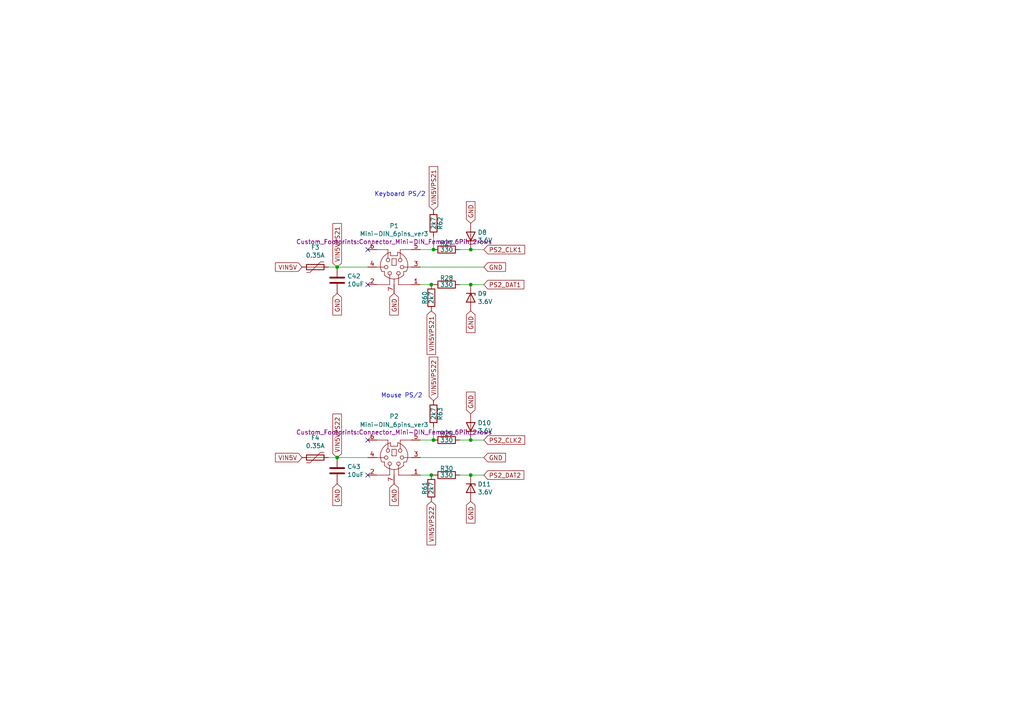
<source format=kicad_sch>
(kicad_sch (version 20211123) (generator eeschema)
  (paper "A4")
  (title_block (rev "0.1") (company "deFEEST"))
  (lib_symbols
    (symbol "Device:C" (pin_numbers hide) (pin_names (offset 0.254))
      (property "Reference" "C" (at 0.635 2.54 0))
      (property "Value" "C" (at 0.635 -2.54 0))
      (symbol "C_0_1"
        (polyline (pts (xy -2.032 -0.762) (xy 2.032 -0.762)) (stroke (width 0.508)))
        (polyline (pts (xy -2.032 0.762) (xy 2.032 0.762)) (stroke (width 0.508)))
      )
      (symbol "C_1_1"
        (pin passive line (at 0 3.81 270) (length 2.794) (name "~") (number "1"))
        (pin passive line (at 0 -3.81 90) (length 2.794) (name "~") (number "2"))
      )
    )
    (symbol "Device:D_Zener" (pin_numbers hide) (pin_names (offset 1.016) hide)
      (property "Reference" "D" (at 0 2.54 0))
      (property "Value" "D_Zener" (at 0 -2.54 0))
      (symbol "D_Zener_0_1"
        (polyline (pts (xy 1.27 0) (xy -1.27 0)))
        (polyline (pts (xy -1.27 -1.27) (xy -1.27 1.27) (xy -0.762 1.27)) (stroke (width 0.254)))
        (polyline (pts (xy 1.27 -1.27) (xy 1.27 1.27) (xy -1.27 0) (xy 1.27 -1.27)) (stroke (width 0.254)))
      )
      (symbol "D_Zener_1_1"
        (pin passive line (at -3.81 0 0) (length 2.54) (name "K") (number "1"))
        (pin passive line (at 3.81 0 180) (length 2.54) (name "A") (number "2"))
      )
    )
    (symbol "Device:Polyfuse" (pin_numbers hide) (pin_names (offset 0))
      (property "Reference" "F" (at -2.54 0 90))
      (property "Value" "Polyfuse" (at 2.54 0 90))
      (symbol "Polyfuse_0_1"
        (rectangle (start -0.762 2.54) (end 0.762 -2.54) (stroke (width 0.254)))
        (polyline (pts (xy 0 2.54) (xy 0 -2.54)))
        (polyline (pts (xy -1.524 2.54) (xy -1.524 1.524) (xy 1.524 -1.524) (xy 1.524 -2.54)))
      )
      (symbol "Polyfuse_1_1"
        (pin passive line (at 0 3.81 270) (length 1.27) (name "~") (number "1"))
        (pin passive line (at 0 -3.81 90) (length 1.27) (name "~") (number "2"))
      )
    )
    (symbol "Device:R" (pin_numbers hide) (pin_names (offset 0))
      (property "Reference" "R" (at 2.032 0 90))
      (property "Value" "R" (at 0 0 90))
      (symbol "R_0_1"
        (rectangle (start -1.016 -2.54) (end 1.016 2.54) (stroke (width 0.254)))
      )
      (symbol "R_1_1"
        (pin passive line (at 0 3.81 270) (length 1.27) (name "~") (number "1"))
        (pin passive line (at 0 -3.81 90) (length 1.27) (name "~") (number "2"))
      )
    )
    (symbol "custom_symbols:Mini-DIN_6pins_ver3" (pin_names (offset 1.016) hide)
      (property "Reference" "P" (at 0 8.128 0))
      (property "Value" "Mini-DIN_6pins_ver3" (at 0 -10.16 0))
      (symbol "Mini-DIN_6pins_ver3_0_1"
        (arc (start -2.794 -2.286) (mid 0 -3.4433) (end 2.794 -2.286))
        (circle (center -2.286 0) (radius 0.508))
        (circle (center -1.778 2.032) (radius 0.508))
        (circle (center -1.27 -1.778) (radius 0.508))
        (arc (start -1.016 4.318) (mid -3.6119 2.131) (end -3.556 -1.27))
        (rectangle (start -0.635 2.413) (end 0.635 0.508))
        (polyline (pts (xy -5.08 -5.08) (xy -1.27 -5.08)))
        (polyline (pts (xy -2.794 -1.27) (xy -3.556 -1.27)))
        (polyline (pts (xy -2.794 -1.27) (xy -2.794 -2.286)))
        (polyline (pts (xy -2.794 0) (xy -5.08 0)))
        (polyline (pts (xy -1.778 2.54) (xy -1.778 5.08)))
        (polyline (pts (xy -1.778 5.08) (xy -5.08 5.08)))
        (polyline (pts (xy -1.27 -5.08) (xy -1.27 -2.286)))
        (polyline (pts (xy -1.016 3.302) (xy -1.016 4.318)))
        (polyline (pts (xy -1.016 3.302) (xy 1.016 3.302)))
        (polyline (pts (xy 0 -3.429) (xy 0 -5.08)))
        (polyline (pts (xy 1.016 3.302) (xy 1.016 4.318)))
        (polyline (pts (xy 1.27 -5.08) (xy 5.08 -5.08)))
        (polyline (pts (xy 1.27 -2.286) (xy 1.27 -5.08)))
        (polyline (pts (xy 1.778 2.54) (xy 1.778 5.08)))
        (polyline (pts (xy 1.778 5.08) (xy 5.08 5.08)))
        (polyline (pts (xy 2.794 -1.27) (xy 2.794 -2.286)))
        (polyline (pts (xy 2.794 -1.27) (xy 3.556 -1.27)))
        (polyline (pts (xy 2.794 0) (xy 5.08 0)))
        (circle (center 1.27 -1.778) (radius 0.508))
        (circle (center 1.778 2.032) (radius 0.508))
        (circle (center 2.286 0) (radius 0.508))
        (arc (start 3.556 -1.27) (mid 3.6268 2.1377) (end 1.016 4.318))
      )
      (symbol "Mini-DIN_6pins_ver3_1_1"
        (pin passive line (at 7.62 -5.08 180) (length 2.54) (name "1") (number "1"))
        (pin passive line (at -7.62 -5.08 0) (length 2.54) (name "2") (number "2"))
        (pin passive line (at 7.62 0 180) (length 2.54) (name "3") (number "3"))
        (pin passive line (at -7.62 0 0) (length 2.54) (name "4") (number "4"))
        (pin passive line (at 7.62 5.08 180) (length 2.54) (name "5") (number "5"))
        (pin passive line (at -7.62 5.08 0) (length 2.54) (name "~") (number "6"))
        (pin passive line (at 0 -7.62 90) (length 2.54) (name "Shell") (number "7"))
      )
    )
  )
  (junction (at 136.525 72.39))
  (junction (at 97.79 132.715))
  (junction (at 136.525 127.635))
  (junction (at 125.095 137.795))
  (junction (at 136.525 82.55))
  (junction (at 125.73 72.39))
  (junction (at 97.79 77.47))
  (junction (at 125.095 82.55))
  (junction (at 136.525 137.795))
  (junction (at 125.73 127.635))
  (no_connect (at 106.68 137.795))
  (no_connect (at 106.68 82.55))
  (no_connect (at 106.68 72.39))
  (no_connect (at 106.68 127.635))
  (wire (pts (xy 136.525 72.39) (xy 140.335 72.39)))
  (wire (pts (xy 121.92 127.635) (xy 125.73 127.635)))
  (wire (pts (xy 125.095 137.795) (xy 125.73 137.795)))
  (wire (pts (xy 136.525 127.635) (xy 140.335 127.635)))
  (wire (pts (xy 133.35 127.635) (xy 136.525 127.635)))
  (wire (pts (xy 95.25 132.715) (xy 97.79 132.715)))
  (wire (pts (xy 125.095 82.55) (xy 125.73 82.55)))
  (wire (pts (xy 136.525 137.795) (xy 140.335 137.795)))
  (wire (pts (xy 97.79 132.715) (xy 106.68 132.715)))
  (wire (pts (xy 125.73 72.39) (xy 121.92 72.39)))
  (wire (pts (xy 133.35 137.795) (xy 136.525 137.795)))
  (wire (pts (xy 121.92 82.55) (xy 125.095 82.55)))
  (wire (pts (xy 133.35 82.55) (xy 136.525 82.55)))
  (wire (pts (xy 121.92 137.795) (xy 125.095 137.795)))
  (wire (pts (xy 140.335 77.47) (xy 121.92 77.47)))
  (wire (pts (xy 133.35 72.39) (xy 136.525 72.39)))
  (wire (pts (xy 125.73 68.58) (xy 125.73 72.39)))
  (wire (pts (xy 140.335 132.715) (xy 121.92 132.715)))
  (wire (pts (xy 136.525 82.55) (xy 140.335 82.55)))
  (wire (pts (xy 97.79 77.47) (xy 106.68 77.47)))
  (wire (pts (xy 125.73 123.825) (xy 125.73 127.635)))
  (wire (pts (xy 95.25 77.47) (xy 97.79 77.47)))
  (text "Mouse PS/2" (at 110.49 115.57 0) (effects (font (size 1.27 1.27)) (justify left bottom)))
  (text "Keyboard PS/2" (at 108.585 57.15 0) (effects (font (size 1.27 1.27)) (justify left bottom)))
  (global_label "PS2_CLK2" (shape input) (at 140.335 127.635 0) (property "Intersheet References" "${INTERSHEET_REFS}" (effects hide)))
  (global_label "GND" (shape input) (at 136.525 64.77 90) (property "Intersheet References" "${INTERSHEET_REFS}" (effects hide)))
  (global_label "GND" (shape input) (at 136.525 90.17 270) (property "Intersheet References" "${INTERSHEET_REFS}" (effects hide)))
  (global_label "VIN5V" (shape input) (at 87.63 132.715 180) (property "Intersheet References" "${INTERSHEET_REFS}" (effects hide)))
  (global_label "PS2_CLK1" (shape input) (at 140.335 72.39 0) (property "Intersheet References" "${INTERSHEET_REFS}" (effects hide)))
  (global_label "GND" (shape input) (at 114.3 140.335 270) (property "Intersheet References" "${INTERSHEET_REFS}" (effects hide)))
  (global_label "GND" (shape input) (at 140.335 132.715 0) (property "Intersheet References" "${INTERSHEET_REFS}" (effects hide)))
  (global_label "VIN5VPS22" (shape input) (at 125.095 145.415 270) (property "Intersheet References" "${INTERSHEET_REFS}" (effects hide)))
  (global_label "GND" (shape input) (at 136.525 120.015 90) (property "Intersheet References" "${INTERSHEET_REFS}" (effects hide)))
  (global_label "VIN5VPS22" (shape input) (at 125.73 116.205 90) (property "Intersheet References" "${INTERSHEET_REFS}" (effects hide)))
  (global_label "GND" (shape input) (at 136.525 145.415 270) (property "Intersheet References" "${INTERSHEET_REFS}" (effects hide)))
  (global_label "PS2_DAT1" (shape input) (at 140.335 82.55 0) (property "Intersheet References" "${INTERSHEET_REFS}" (effects hide)))
  (global_label "GND" (shape input) (at 97.79 85.09 270) (property "Intersheet References" "${INTERSHEET_REFS}" (effects hide)))
  (global_label "GND" (shape input) (at 140.335 77.47 0) (property "Intersheet References" "${INTERSHEET_REFS}" (effects hide)))
  (global_label "VIN5VPS21" (shape input) (at 97.79 77.47 90) (property "Intersheet References" "${INTERSHEET_REFS}" (effects hide)))
  (global_label "VIN5V" (shape input) (at 87.63 77.47 180) (property "Intersheet References" "${INTERSHEET_REFS}" (effects hide)))
  (global_label "PS2_DAT2" (shape input) (at 140.335 137.795 0) (property "Intersheet References" "${INTERSHEET_REFS}" (effects hide)))
  (global_label "VIN5VPS22" (shape input) (at 97.79 132.715 90) (property "Intersheet References" "${INTERSHEET_REFS}" (effects hide)))
  (global_label "VIN5VPS21" (shape input) (at 125.095 90.17 270) (property "Intersheet References" "${INTERSHEET_REFS}" (effects hide)))
  (global_label "GND" (shape input) (at 97.79 140.335 270) (property "Intersheet References" "${INTERSHEET_REFS}" (effects hide)))
  (global_label "VIN5VPS21" (shape input) (at 125.73 60.96 90) (property "Intersheet References" "${INTERSHEET_REFS}" (effects hide)))
  (global_label "GND" (shape input) (at 114.3 85.09 270) (property "Intersheet References" "${INTERSHEET_REFS}" (effects hide)))
  (symbol (lib_id "Device:D_Zener") (at 136.525 68.58 90) (unit 1)
    (property "Reference" "D8" (at 138.5316 67.4116 90) (effects (justify right)))
    (property "Value" "3.6V" (at 138.5316 69.723 90) (effects (justify right)))
    (property "Footprint" "Diode_SMD:D_SOD-323_HandSoldering" (effects hide))
  )
  (symbol (lib_id "Device:D_Zener") (at 136.525 86.36 270) (unit 1)
    (property "Reference" "D9" (at 138.5316 85.1916 90) (effects (justify left)))
    (property "Value" "3.6V" (at 138.5316 87.503 90) (effects (justify left)))
    (property "Footprint" "Diode_SMD:D_SOD-323_HandSoldering" (effects hide))
  )
  (symbol (lib_id "Device:C") (at 97.79 81.28 0) (unit 1)
    (property "Reference" "C42" (at 100.711 80.1116 0) (effects (justify left)))
    (property "Value" "10uF" (at 100.711 82.423 0) (effects (justify left)))
    (property "Footprint" "Capacitor_SMD:C_0805_2012Metric" (effects hide))
  )
  (symbol (lib_id "Device:R") (at 129.54 72.39 270) (unit 1)
    (property "Reference" "R27" (at 129.54 70.485 90))
    (property "Value" "330" (at 129.54 72.39 90))
    (property "Footprint" "Resistor_SMD:R_0603_1608Metric" (effects hide))
  )
  (symbol (lib_id "Device:R") (at 129.54 82.55 270) (unit 1)
    (property "Reference" "R28" (at 129.54 80.645 90))
    (property "Value" "330" (at 129.54 82.55 90))
    (property "Footprint" "Resistor_SMD:R_0603_1608Metric" (effects hide))
  )
  (symbol (lib_id "Device:Polyfuse") (at 91.44 77.47 270) (unit 1)
    (property "Reference" "F3" (at 91.44 71.755 90))
    (property "Value" "0.35A" (at 91.44 74.0664 90))
    (property "Footprint" "Fuse:Fuse_0805_2012Metric" (effects hide))
  )
  (symbol (lib_id "custom_symbols:Mini-DIN_6pins_ver3") (at 114.3 77.47 0) (unit 1)
    (property "Reference" "P1" (at 114.3 65.5066 0))
    (property "Value" "Mini-DIN_6pins_ver3" (at 114.3 67.818 0))
    (property "Footprint" "Custom_Footprints:Connector_Mini-DIN_Female_6Pin_2rows" (at 114.3 70.1294 0))
  )
  (symbol (lib_id "Device:C") (at 97.79 136.525 0) (unit 1)
    (property "Reference" "C43" (at 100.711 135.3566 0) (effects (justify left)))
    (property "Value" "10uF" (at 100.711 137.668 0) (effects (justify left)))
    (property "Footprint" "Capacitor_SMD:C_0805_2012Metric" (effects hide))
  )
  (symbol (lib_id "Device:Polyfuse") (at 91.44 132.715 270) (unit 1)
    (property "Reference" "F4" (at 91.44 127 90))
    (property "Value" "0.35A" (at 91.44 129.3114 90))
    (property "Footprint" "Fuse:Fuse_0805_2012Metric" (effects hide))
  )
  (symbol (lib_id "custom_symbols:Mini-DIN_6pins_ver3") (at 114.3 132.715 0) (unit 1)
    (property "Reference" "P2" (at 114.3 120.7516 0))
    (property "Value" "Mini-DIN_6pins_ver3" (at 114.3 123.19 0))
    (property "Footprint" "Custom_Footprints:Connector_Mini-DIN_Female_6Pin_2rows" (at 114.3 125.3744 0))
  )
  (symbol (lib_id "Device:D_Zener") (at 136.525 141.605 270) (unit 1)
    (property "Reference" "D11" (at 138.5316 140.4366 90) (effects (justify left)))
    (property "Value" "3.6V" (at 138.5316 142.748 90) (effects (justify left)))
    (property "Footprint" "Diode_SMD:D_SOD-323_HandSoldering" (effects hide))
  )
  (symbol (lib_id "Device:R") (at 129.54 137.795 270) (unit 1)
    (property "Reference" "R30" (at 129.54 135.89 90))
    (property "Value" "330" (at 129.54 137.795 90))
    (property "Footprint" "Resistor_SMD:R_0603_1608Metric" (effects hide))
  )
  (symbol (lib_id "Device:D_Zener") (at 136.525 123.825 90) (unit 1)
    (property "Reference" "D10" (at 138.5316 122.6566 90) (effects (justify right)))
    (property "Value" "3.6V" (at 138.5316 124.968 90) (effects (justify right)))
    (property "Footprint" "Diode_SMD:D_SOD-323_HandSoldering" (effects hide))
  )
  (symbol (lib_id "Device:R") (at 129.54 127.635 270) (unit 1)
    (property "Reference" "R29" (at 129.54 125.73 90))
    (property "Value" "330" (at 129.54 127.635 90))
    (property "Footprint" "Resistor_SMD:R_0603_1608Metric" (effects hide))
  )
  (symbol (lib_id "Device:R") (at 125.095 141.605 0) (unit 1)
    (property "Reference" "R61" (at 123.19 141.605 90))
    (property "Value" "2k7" (at 125.095 141.605 90))
    (property "Footprint" "Resistor_SMD:R_0603_1608Metric" (effects hide))
  )
  (symbol (lib_id "Device:R") (at 125.73 120.015 180) (unit 1)
    (property "Reference" "R63" (at 127.635 120.015 90))
    (property "Value" "2k7" (at 125.73 120.015 90))
    (property "Footprint" "Resistor_SMD:R_0603_1608Metric" (effects hide))
  )
  (symbol (lib_id "Device:R") (at 125.73 64.77 180) (unit 1)
    (property "Reference" "R62" (at 127.635 64.77 90))
    (property "Value" "2k7" (at 125.73 64.77 90))
    (property "Footprint" "Resistor_SMD:R_0603_1608Metric" (effects hide))
  )
  (symbol (lib_id "Device:R") (at 125.095 86.36 0) (unit 1)
    (property "Reference" "R60" (at 123.19 86.36 90))
    (property "Value" "2k7" (at 125.095 86.36 90))
    (property "Footprint" "Resistor_SMD:R_0603_1608Metric" (effects hide))
  )
)
</source>
